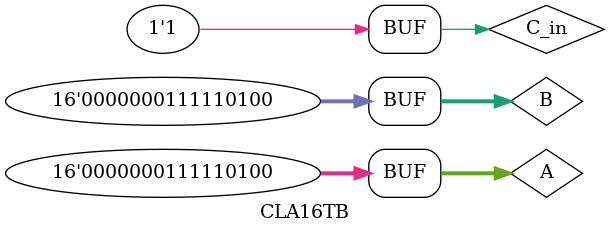
<source format=v>

`timescale 1ns / 1ps 

module CLA16TB;

reg C_in;
reg[15:0] A, B;
wire C_out;
wire[15:0] S;

 CarryLookAhead16 CLA16_1(.C_in(C_in), .A(A), .B(B), .S(S), .C_out(C_out));
 
 initial
 begin

  //case 1    
  A<=0; B<=0; C_in<=1;
  
  //case 1    
  #1 A<=6; B<=5; C_in<=0;
  
  //case 2    
  #1 A<=5; B<=5; C_in<=0;
  
  //case 3    
  #1 A<=7; B<=1; C_in<=1;
  
  //case 3    
  #1 A<=8; B<=8; C_in<=0;
  
   //case 3    
  #1 A<=15; B<=15; C_in<=0;
  
  //case 3    
  #1 A<=15; B<=15; C_in<=1;
  
    //case 3    
  #1 A<=500; B<=500; C_in<=1;
  
  
  
  

 end
 endmodule

</source>
